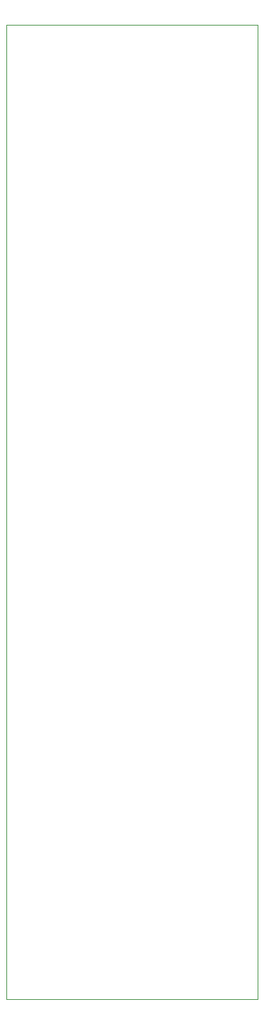
<source format=gm1>
%TF.GenerationSoftware,KiCad,Pcbnew,(6.0.1)*%
%TF.CreationDate,2022-09-30T20:43:48-04:00*%
%TF.ProjectId,SYNTH-MIXER6-01,53594e54-482d-44d4-9958-4552362d3031,1*%
%TF.SameCoordinates,Original*%
%TF.FileFunction,Profile,NP*%
%FSLAX46Y46*%
G04 Gerber Fmt 4.6, Leading zero omitted, Abs format (unit mm)*
G04 Created by KiCad (PCBNEW (6.0.1)) date 2022-09-30 20:43:48*
%MOMM*%
%LPD*%
G01*
G04 APERTURE LIST*
%TA.AperFunction,Profile*%
%ADD10C,0.100000*%
%TD*%
G04 APERTURE END LIST*
D10*
X0Y-6252501D02*
X30000000Y-6252501D01*
X30000000Y-6252501D02*
X30000000Y-122502501D01*
X30000000Y-122502501D02*
X0Y-122502501D01*
X0Y-122502501D02*
X0Y-6252501D01*
M02*

</source>
